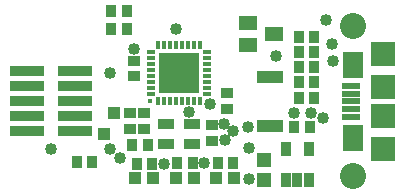
<source format=gts>
G75*
G70*
%OFA0B0*%
%FSLAX24Y24*%
%IPPOS*%
%LPD*%
%AMOC8*
5,1,8,0,0,1.08239X$1,22.5*
%
%ADD10C,0.0867*%
%ADD11R,0.0356X0.0434*%
%ADD12R,0.0434X0.0356*%
%ADD13R,0.0631X0.0474*%
%ADD14R,0.0395X0.0395*%
%ADD15R,0.1378X0.1378*%
%ADD16R,0.0138X0.0295*%
%ADD17R,0.0295X0.0138*%
%ADD18R,0.0178X0.0178*%
%ADD19R,0.0580X0.0330*%
%ADD20R,0.0513X0.0474*%
%ADD21R,0.0352X0.0470*%
%ADD22R,0.0611X0.0237*%
%ADD23R,0.0710X0.0907*%
%ADD24R,0.0828X0.0789*%
%ADD25R,0.0828X0.0828*%
%ADD26R,0.1180X0.0380*%
%ADD27R,0.0867X0.0395*%
%ADD28C,0.0400*%
D10*
X013730Y001430D03*
X013730Y006430D03*
D11*
X012436Y006080D03*
X011924Y006080D03*
X011924Y005580D03*
X012436Y005580D03*
X012436Y005080D03*
X011924Y005080D03*
X011924Y004580D03*
X012436Y004580D03*
X012436Y004030D03*
X011924Y004030D03*
X011774Y003080D03*
X012286Y003080D03*
X009736Y001880D03*
X009224Y001880D03*
X008386Y001880D03*
X007874Y001880D03*
X007036Y001855D03*
X006524Y001855D03*
X006374Y002480D03*
X006886Y002480D03*
X005036Y001905D03*
X004524Y001905D03*
X005674Y006330D03*
X006186Y006330D03*
X006186Y006930D03*
X005674Y006930D03*
D12*
X006430Y005286D03*
X006430Y004774D03*
X006305Y003536D03*
X006780Y003536D03*
X006780Y003024D03*
X006305Y003024D03*
X009030Y003136D03*
X009030Y002624D03*
X009520Y003684D03*
X009520Y004196D03*
D13*
X010247Y005806D03*
X011113Y006180D03*
X010247Y006554D03*
D14*
X005780Y003530D03*
X005430Y002830D03*
X006485Y001380D03*
X007075Y001380D03*
X007835Y001380D03*
X008425Y001380D03*
X009185Y001380D03*
X009775Y001380D03*
D15*
X007930Y004880D03*
D16*
X007832Y003955D03*
X008028Y003955D03*
X008225Y003955D03*
X008422Y003955D03*
X008619Y003955D03*
X007635Y003955D03*
X007438Y003955D03*
X007241Y003955D03*
X007241Y005805D03*
X007438Y005805D03*
X007635Y005805D03*
X007832Y005805D03*
X008028Y005805D03*
X008225Y005805D03*
X008422Y005805D03*
X008619Y005805D03*
D17*
X008855Y005569D03*
X008855Y005372D03*
X008855Y005175D03*
X008855Y004978D03*
X008855Y004782D03*
X008855Y004585D03*
X008855Y004388D03*
X008855Y004191D03*
X007005Y004191D03*
X007005Y004388D03*
X007005Y004585D03*
X007005Y004782D03*
X007005Y004978D03*
X007005Y005175D03*
X007005Y005372D03*
X007005Y005569D03*
D18*
X006979Y003929D03*
D19*
X007500Y003160D03*
X008360Y003160D03*
X008360Y002500D03*
X007500Y002500D03*
D20*
X010780Y001965D03*
X010780Y001295D03*
D21*
X011506Y001322D03*
X011880Y001322D03*
X012254Y001322D03*
X012254Y002342D03*
X011506Y002342D03*
D22*
X013677Y003418D03*
X013677Y003674D03*
X013677Y003930D03*
X013677Y004186D03*
X013677Y004442D03*
D23*
X013726Y005150D03*
X013726Y002710D03*
D24*
X014730Y002355D03*
X014730Y005505D03*
D25*
X014730Y004402D03*
X014730Y003458D03*
D26*
X004480Y003430D03*
X004480Y002930D03*
X002880Y002930D03*
X002880Y003430D03*
X002880Y003930D03*
X002880Y004430D03*
X002880Y004930D03*
X004480Y004930D03*
X004480Y004430D03*
X004480Y003930D03*
D27*
X010980Y003103D03*
X010980Y004757D03*
D28*
X003680Y002330D03*
X005630Y002330D03*
X005980Y002030D03*
X007430Y001830D03*
X008780Y001880D03*
X009480Y002630D03*
X009730Y002930D03*
X009430Y003180D03*
X010230Y003080D03*
X010280Y002380D03*
X010280Y001330D03*
X012730Y003380D03*
X012330Y003530D03*
X011780Y003530D03*
X008980Y003830D03*
X008280Y003580D03*
X007930Y004880D03*
X006430Y005680D03*
X005630Y004880D03*
X007830Y006330D03*
X011180Y005430D03*
X013030Y005830D03*
X013080Y005280D03*
X012830Y006630D03*
M02*

</source>
